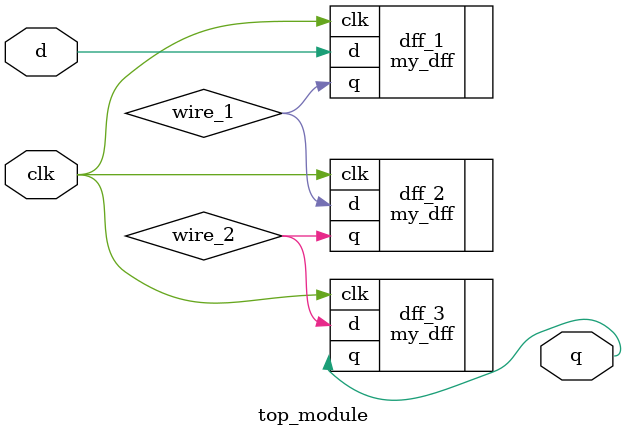
<source format=v>
module top_module ( input clk, input d, output q );
    wire wire_1,wire_2;
    my_dff dff_1 (.clk(clk),
                  .d(d),
                  .q(wire_1));
    my_dff dff_2 (.clk(clk),
                  .d(wire_1),
                  .q(wire_2));
    my_dff dff_3 (.clk(clk),
                  .d(wire_2),
                  .q(q));
                  
endmodule

</source>
